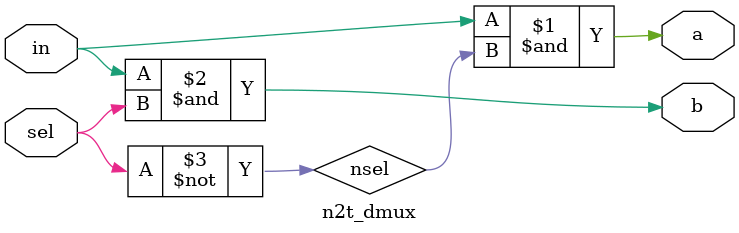
<source format=v>
`timescale 1ns / 1ps

module n2t_dmux(a, b, in, sel);
    output a,   b;
    input in, sel;
    
    wire nsel;
    not(nsel, sel);
    
    and(a, in, nsel);
    and(b, in,  sel);
endmodule

</source>
